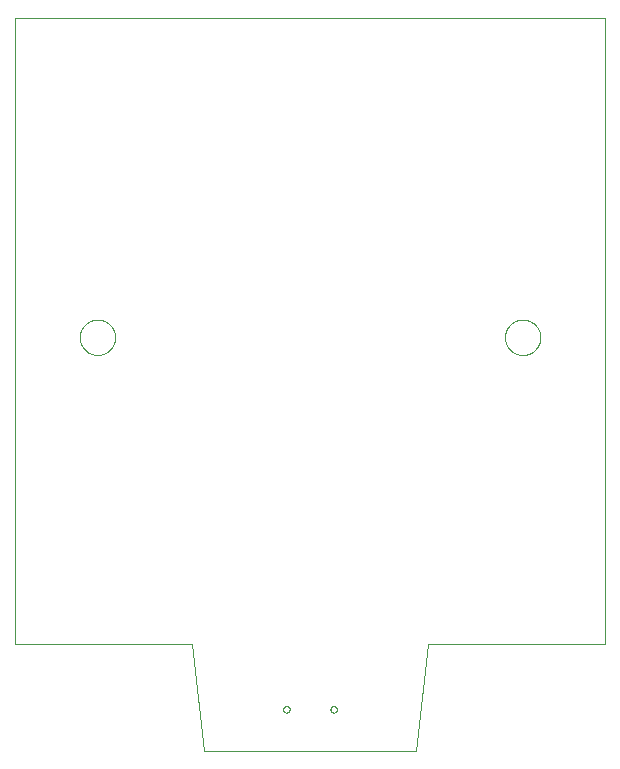
<source format=gbo>
G75*
%MOIN*%
%OFA0B0*%
%FSLAX25Y25*%
%IPPOS*%
%LPD*%
%AMOC8*
5,1,8,0,0,1.08239X$1,22.5*
%
%ADD10C,0.00000*%
D10*
X0041330Y0043060D02*
X0100385Y0043060D01*
X0104322Y0007627D01*
X0175188Y0007627D01*
X0179125Y0043060D01*
X0238180Y0043060D01*
X0238180Y0251722D01*
X0041330Y0251722D01*
X0041330Y0043060D01*
X0062983Y0145423D02*
X0062985Y0145576D01*
X0062991Y0145730D01*
X0063001Y0145883D01*
X0063015Y0146035D01*
X0063033Y0146188D01*
X0063055Y0146339D01*
X0063080Y0146490D01*
X0063110Y0146641D01*
X0063144Y0146791D01*
X0063181Y0146939D01*
X0063222Y0147087D01*
X0063267Y0147233D01*
X0063316Y0147379D01*
X0063369Y0147523D01*
X0063425Y0147665D01*
X0063485Y0147806D01*
X0063549Y0147946D01*
X0063616Y0148084D01*
X0063687Y0148220D01*
X0063762Y0148354D01*
X0063839Y0148486D01*
X0063921Y0148616D01*
X0064005Y0148744D01*
X0064093Y0148870D01*
X0064184Y0148993D01*
X0064278Y0149114D01*
X0064376Y0149232D01*
X0064476Y0149348D01*
X0064580Y0149461D01*
X0064686Y0149572D01*
X0064795Y0149680D01*
X0064907Y0149785D01*
X0065021Y0149886D01*
X0065139Y0149985D01*
X0065258Y0150081D01*
X0065380Y0150174D01*
X0065505Y0150263D01*
X0065632Y0150350D01*
X0065761Y0150432D01*
X0065892Y0150512D01*
X0066025Y0150588D01*
X0066160Y0150661D01*
X0066297Y0150730D01*
X0066436Y0150795D01*
X0066576Y0150857D01*
X0066718Y0150915D01*
X0066861Y0150970D01*
X0067006Y0151021D01*
X0067152Y0151068D01*
X0067299Y0151111D01*
X0067447Y0151150D01*
X0067596Y0151186D01*
X0067746Y0151217D01*
X0067897Y0151245D01*
X0068048Y0151269D01*
X0068201Y0151289D01*
X0068353Y0151305D01*
X0068506Y0151317D01*
X0068659Y0151325D01*
X0068812Y0151329D01*
X0068966Y0151329D01*
X0069119Y0151325D01*
X0069272Y0151317D01*
X0069425Y0151305D01*
X0069577Y0151289D01*
X0069730Y0151269D01*
X0069881Y0151245D01*
X0070032Y0151217D01*
X0070182Y0151186D01*
X0070331Y0151150D01*
X0070479Y0151111D01*
X0070626Y0151068D01*
X0070772Y0151021D01*
X0070917Y0150970D01*
X0071060Y0150915D01*
X0071202Y0150857D01*
X0071342Y0150795D01*
X0071481Y0150730D01*
X0071618Y0150661D01*
X0071753Y0150588D01*
X0071886Y0150512D01*
X0072017Y0150432D01*
X0072146Y0150350D01*
X0072273Y0150263D01*
X0072398Y0150174D01*
X0072520Y0150081D01*
X0072639Y0149985D01*
X0072757Y0149886D01*
X0072871Y0149785D01*
X0072983Y0149680D01*
X0073092Y0149572D01*
X0073198Y0149461D01*
X0073302Y0149348D01*
X0073402Y0149232D01*
X0073500Y0149114D01*
X0073594Y0148993D01*
X0073685Y0148870D01*
X0073773Y0148744D01*
X0073857Y0148616D01*
X0073939Y0148486D01*
X0074016Y0148354D01*
X0074091Y0148220D01*
X0074162Y0148084D01*
X0074229Y0147946D01*
X0074293Y0147806D01*
X0074353Y0147665D01*
X0074409Y0147523D01*
X0074462Y0147379D01*
X0074511Y0147233D01*
X0074556Y0147087D01*
X0074597Y0146939D01*
X0074634Y0146791D01*
X0074668Y0146641D01*
X0074698Y0146490D01*
X0074723Y0146339D01*
X0074745Y0146188D01*
X0074763Y0146035D01*
X0074777Y0145883D01*
X0074787Y0145730D01*
X0074793Y0145576D01*
X0074795Y0145423D01*
X0074793Y0145270D01*
X0074787Y0145116D01*
X0074777Y0144963D01*
X0074763Y0144811D01*
X0074745Y0144658D01*
X0074723Y0144507D01*
X0074698Y0144356D01*
X0074668Y0144205D01*
X0074634Y0144055D01*
X0074597Y0143907D01*
X0074556Y0143759D01*
X0074511Y0143613D01*
X0074462Y0143467D01*
X0074409Y0143323D01*
X0074353Y0143181D01*
X0074293Y0143040D01*
X0074229Y0142900D01*
X0074162Y0142762D01*
X0074091Y0142626D01*
X0074016Y0142492D01*
X0073939Y0142360D01*
X0073857Y0142230D01*
X0073773Y0142102D01*
X0073685Y0141976D01*
X0073594Y0141853D01*
X0073500Y0141732D01*
X0073402Y0141614D01*
X0073302Y0141498D01*
X0073198Y0141385D01*
X0073092Y0141274D01*
X0072983Y0141166D01*
X0072871Y0141061D01*
X0072757Y0140960D01*
X0072639Y0140861D01*
X0072520Y0140765D01*
X0072398Y0140672D01*
X0072273Y0140583D01*
X0072146Y0140496D01*
X0072017Y0140414D01*
X0071886Y0140334D01*
X0071753Y0140258D01*
X0071618Y0140185D01*
X0071481Y0140116D01*
X0071342Y0140051D01*
X0071202Y0139989D01*
X0071060Y0139931D01*
X0070917Y0139876D01*
X0070772Y0139825D01*
X0070626Y0139778D01*
X0070479Y0139735D01*
X0070331Y0139696D01*
X0070182Y0139660D01*
X0070032Y0139629D01*
X0069881Y0139601D01*
X0069730Y0139577D01*
X0069577Y0139557D01*
X0069425Y0139541D01*
X0069272Y0139529D01*
X0069119Y0139521D01*
X0068966Y0139517D01*
X0068812Y0139517D01*
X0068659Y0139521D01*
X0068506Y0139529D01*
X0068353Y0139541D01*
X0068201Y0139557D01*
X0068048Y0139577D01*
X0067897Y0139601D01*
X0067746Y0139629D01*
X0067596Y0139660D01*
X0067447Y0139696D01*
X0067299Y0139735D01*
X0067152Y0139778D01*
X0067006Y0139825D01*
X0066861Y0139876D01*
X0066718Y0139931D01*
X0066576Y0139989D01*
X0066436Y0140051D01*
X0066297Y0140116D01*
X0066160Y0140185D01*
X0066025Y0140258D01*
X0065892Y0140334D01*
X0065761Y0140414D01*
X0065632Y0140496D01*
X0065505Y0140583D01*
X0065380Y0140672D01*
X0065258Y0140765D01*
X0065139Y0140861D01*
X0065021Y0140960D01*
X0064907Y0141061D01*
X0064795Y0141166D01*
X0064686Y0141274D01*
X0064580Y0141385D01*
X0064476Y0141498D01*
X0064376Y0141614D01*
X0064278Y0141732D01*
X0064184Y0141853D01*
X0064093Y0141976D01*
X0064005Y0142102D01*
X0063921Y0142230D01*
X0063839Y0142360D01*
X0063762Y0142492D01*
X0063687Y0142626D01*
X0063616Y0142762D01*
X0063549Y0142900D01*
X0063485Y0143040D01*
X0063425Y0143181D01*
X0063369Y0143323D01*
X0063316Y0143467D01*
X0063267Y0143613D01*
X0063222Y0143759D01*
X0063181Y0143907D01*
X0063144Y0144055D01*
X0063110Y0144205D01*
X0063080Y0144356D01*
X0063055Y0144507D01*
X0063033Y0144658D01*
X0063015Y0144811D01*
X0063001Y0144963D01*
X0062991Y0145116D01*
X0062985Y0145270D01*
X0062983Y0145423D01*
X0130798Y0021407D02*
X0130800Y0021472D01*
X0130806Y0021538D01*
X0130816Y0021602D01*
X0130829Y0021666D01*
X0130847Y0021729D01*
X0130868Y0021791D01*
X0130893Y0021851D01*
X0130922Y0021910D01*
X0130954Y0021967D01*
X0130990Y0022022D01*
X0131028Y0022075D01*
X0131070Y0022125D01*
X0131115Y0022173D01*
X0131163Y0022218D01*
X0131213Y0022260D01*
X0131266Y0022298D01*
X0131321Y0022334D01*
X0131378Y0022366D01*
X0131437Y0022395D01*
X0131497Y0022420D01*
X0131559Y0022441D01*
X0131622Y0022459D01*
X0131686Y0022472D01*
X0131750Y0022482D01*
X0131816Y0022488D01*
X0131881Y0022490D01*
X0131946Y0022488D01*
X0132012Y0022482D01*
X0132076Y0022472D01*
X0132140Y0022459D01*
X0132203Y0022441D01*
X0132265Y0022420D01*
X0132325Y0022395D01*
X0132384Y0022366D01*
X0132441Y0022334D01*
X0132496Y0022298D01*
X0132549Y0022260D01*
X0132599Y0022218D01*
X0132647Y0022173D01*
X0132692Y0022125D01*
X0132734Y0022075D01*
X0132772Y0022022D01*
X0132808Y0021967D01*
X0132840Y0021910D01*
X0132869Y0021851D01*
X0132894Y0021791D01*
X0132915Y0021729D01*
X0132933Y0021666D01*
X0132946Y0021602D01*
X0132956Y0021538D01*
X0132962Y0021472D01*
X0132964Y0021407D01*
X0132962Y0021342D01*
X0132956Y0021276D01*
X0132946Y0021212D01*
X0132933Y0021148D01*
X0132915Y0021085D01*
X0132894Y0021023D01*
X0132869Y0020963D01*
X0132840Y0020904D01*
X0132808Y0020847D01*
X0132772Y0020792D01*
X0132734Y0020739D01*
X0132692Y0020689D01*
X0132647Y0020641D01*
X0132599Y0020596D01*
X0132549Y0020554D01*
X0132496Y0020516D01*
X0132441Y0020480D01*
X0132384Y0020448D01*
X0132325Y0020419D01*
X0132265Y0020394D01*
X0132203Y0020373D01*
X0132140Y0020355D01*
X0132076Y0020342D01*
X0132012Y0020332D01*
X0131946Y0020326D01*
X0131881Y0020324D01*
X0131816Y0020326D01*
X0131750Y0020332D01*
X0131686Y0020342D01*
X0131622Y0020355D01*
X0131559Y0020373D01*
X0131497Y0020394D01*
X0131437Y0020419D01*
X0131378Y0020448D01*
X0131321Y0020480D01*
X0131266Y0020516D01*
X0131213Y0020554D01*
X0131163Y0020596D01*
X0131115Y0020641D01*
X0131070Y0020689D01*
X0131028Y0020739D01*
X0130990Y0020792D01*
X0130954Y0020847D01*
X0130922Y0020904D01*
X0130893Y0020963D01*
X0130868Y0021023D01*
X0130847Y0021085D01*
X0130829Y0021148D01*
X0130816Y0021212D01*
X0130806Y0021276D01*
X0130800Y0021342D01*
X0130798Y0021407D01*
X0146546Y0021407D02*
X0146548Y0021472D01*
X0146554Y0021538D01*
X0146564Y0021602D01*
X0146577Y0021666D01*
X0146595Y0021729D01*
X0146616Y0021791D01*
X0146641Y0021851D01*
X0146670Y0021910D01*
X0146702Y0021967D01*
X0146738Y0022022D01*
X0146776Y0022075D01*
X0146818Y0022125D01*
X0146863Y0022173D01*
X0146911Y0022218D01*
X0146961Y0022260D01*
X0147014Y0022298D01*
X0147069Y0022334D01*
X0147126Y0022366D01*
X0147185Y0022395D01*
X0147245Y0022420D01*
X0147307Y0022441D01*
X0147370Y0022459D01*
X0147434Y0022472D01*
X0147498Y0022482D01*
X0147564Y0022488D01*
X0147629Y0022490D01*
X0147694Y0022488D01*
X0147760Y0022482D01*
X0147824Y0022472D01*
X0147888Y0022459D01*
X0147951Y0022441D01*
X0148013Y0022420D01*
X0148073Y0022395D01*
X0148132Y0022366D01*
X0148189Y0022334D01*
X0148244Y0022298D01*
X0148297Y0022260D01*
X0148347Y0022218D01*
X0148395Y0022173D01*
X0148440Y0022125D01*
X0148482Y0022075D01*
X0148520Y0022022D01*
X0148556Y0021967D01*
X0148588Y0021910D01*
X0148617Y0021851D01*
X0148642Y0021791D01*
X0148663Y0021729D01*
X0148681Y0021666D01*
X0148694Y0021602D01*
X0148704Y0021538D01*
X0148710Y0021472D01*
X0148712Y0021407D01*
X0148710Y0021342D01*
X0148704Y0021276D01*
X0148694Y0021212D01*
X0148681Y0021148D01*
X0148663Y0021085D01*
X0148642Y0021023D01*
X0148617Y0020963D01*
X0148588Y0020904D01*
X0148556Y0020847D01*
X0148520Y0020792D01*
X0148482Y0020739D01*
X0148440Y0020689D01*
X0148395Y0020641D01*
X0148347Y0020596D01*
X0148297Y0020554D01*
X0148244Y0020516D01*
X0148189Y0020480D01*
X0148132Y0020448D01*
X0148073Y0020419D01*
X0148013Y0020394D01*
X0147951Y0020373D01*
X0147888Y0020355D01*
X0147824Y0020342D01*
X0147760Y0020332D01*
X0147694Y0020326D01*
X0147629Y0020324D01*
X0147564Y0020326D01*
X0147498Y0020332D01*
X0147434Y0020342D01*
X0147370Y0020355D01*
X0147307Y0020373D01*
X0147245Y0020394D01*
X0147185Y0020419D01*
X0147126Y0020448D01*
X0147069Y0020480D01*
X0147014Y0020516D01*
X0146961Y0020554D01*
X0146911Y0020596D01*
X0146863Y0020641D01*
X0146818Y0020689D01*
X0146776Y0020739D01*
X0146738Y0020792D01*
X0146702Y0020847D01*
X0146670Y0020904D01*
X0146641Y0020963D01*
X0146616Y0021023D01*
X0146595Y0021085D01*
X0146577Y0021148D01*
X0146564Y0021212D01*
X0146554Y0021276D01*
X0146548Y0021342D01*
X0146546Y0021407D01*
X0204715Y0145423D02*
X0204717Y0145576D01*
X0204723Y0145730D01*
X0204733Y0145883D01*
X0204747Y0146035D01*
X0204765Y0146188D01*
X0204787Y0146339D01*
X0204812Y0146490D01*
X0204842Y0146641D01*
X0204876Y0146791D01*
X0204913Y0146939D01*
X0204954Y0147087D01*
X0204999Y0147233D01*
X0205048Y0147379D01*
X0205101Y0147523D01*
X0205157Y0147665D01*
X0205217Y0147806D01*
X0205281Y0147946D01*
X0205348Y0148084D01*
X0205419Y0148220D01*
X0205494Y0148354D01*
X0205571Y0148486D01*
X0205653Y0148616D01*
X0205737Y0148744D01*
X0205825Y0148870D01*
X0205916Y0148993D01*
X0206010Y0149114D01*
X0206108Y0149232D01*
X0206208Y0149348D01*
X0206312Y0149461D01*
X0206418Y0149572D01*
X0206527Y0149680D01*
X0206639Y0149785D01*
X0206753Y0149886D01*
X0206871Y0149985D01*
X0206990Y0150081D01*
X0207112Y0150174D01*
X0207237Y0150263D01*
X0207364Y0150350D01*
X0207493Y0150432D01*
X0207624Y0150512D01*
X0207757Y0150588D01*
X0207892Y0150661D01*
X0208029Y0150730D01*
X0208168Y0150795D01*
X0208308Y0150857D01*
X0208450Y0150915D01*
X0208593Y0150970D01*
X0208738Y0151021D01*
X0208884Y0151068D01*
X0209031Y0151111D01*
X0209179Y0151150D01*
X0209328Y0151186D01*
X0209478Y0151217D01*
X0209629Y0151245D01*
X0209780Y0151269D01*
X0209933Y0151289D01*
X0210085Y0151305D01*
X0210238Y0151317D01*
X0210391Y0151325D01*
X0210544Y0151329D01*
X0210698Y0151329D01*
X0210851Y0151325D01*
X0211004Y0151317D01*
X0211157Y0151305D01*
X0211309Y0151289D01*
X0211462Y0151269D01*
X0211613Y0151245D01*
X0211764Y0151217D01*
X0211914Y0151186D01*
X0212063Y0151150D01*
X0212211Y0151111D01*
X0212358Y0151068D01*
X0212504Y0151021D01*
X0212649Y0150970D01*
X0212792Y0150915D01*
X0212934Y0150857D01*
X0213074Y0150795D01*
X0213213Y0150730D01*
X0213350Y0150661D01*
X0213485Y0150588D01*
X0213618Y0150512D01*
X0213749Y0150432D01*
X0213878Y0150350D01*
X0214005Y0150263D01*
X0214130Y0150174D01*
X0214252Y0150081D01*
X0214371Y0149985D01*
X0214489Y0149886D01*
X0214603Y0149785D01*
X0214715Y0149680D01*
X0214824Y0149572D01*
X0214930Y0149461D01*
X0215034Y0149348D01*
X0215134Y0149232D01*
X0215232Y0149114D01*
X0215326Y0148993D01*
X0215417Y0148870D01*
X0215505Y0148744D01*
X0215589Y0148616D01*
X0215671Y0148486D01*
X0215748Y0148354D01*
X0215823Y0148220D01*
X0215894Y0148084D01*
X0215961Y0147946D01*
X0216025Y0147806D01*
X0216085Y0147665D01*
X0216141Y0147523D01*
X0216194Y0147379D01*
X0216243Y0147233D01*
X0216288Y0147087D01*
X0216329Y0146939D01*
X0216366Y0146791D01*
X0216400Y0146641D01*
X0216430Y0146490D01*
X0216455Y0146339D01*
X0216477Y0146188D01*
X0216495Y0146035D01*
X0216509Y0145883D01*
X0216519Y0145730D01*
X0216525Y0145576D01*
X0216527Y0145423D01*
X0216525Y0145270D01*
X0216519Y0145116D01*
X0216509Y0144963D01*
X0216495Y0144811D01*
X0216477Y0144658D01*
X0216455Y0144507D01*
X0216430Y0144356D01*
X0216400Y0144205D01*
X0216366Y0144055D01*
X0216329Y0143907D01*
X0216288Y0143759D01*
X0216243Y0143613D01*
X0216194Y0143467D01*
X0216141Y0143323D01*
X0216085Y0143181D01*
X0216025Y0143040D01*
X0215961Y0142900D01*
X0215894Y0142762D01*
X0215823Y0142626D01*
X0215748Y0142492D01*
X0215671Y0142360D01*
X0215589Y0142230D01*
X0215505Y0142102D01*
X0215417Y0141976D01*
X0215326Y0141853D01*
X0215232Y0141732D01*
X0215134Y0141614D01*
X0215034Y0141498D01*
X0214930Y0141385D01*
X0214824Y0141274D01*
X0214715Y0141166D01*
X0214603Y0141061D01*
X0214489Y0140960D01*
X0214371Y0140861D01*
X0214252Y0140765D01*
X0214130Y0140672D01*
X0214005Y0140583D01*
X0213878Y0140496D01*
X0213749Y0140414D01*
X0213618Y0140334D01*
X0213485Y0140258D01*
X0213350Y0140185D01*
X0213213Y0140116D01*
X0213074Y0140051D01*
X0212934Y0139989D01*
X0212792Y0139931D01*
X0212649Y0139876D01*
X0212504Y0139825D01*
X0212358Y0139778D01*
X0212211Y0139735D01*
X0212063Y0139696D01*
X0211914Y0139660D01*
X0211764Y0139629D01*
X0211613Y0139601D01*
X0211462Y0139577D01*
X0211309Y0139557D01*
X0211157Y0139541D01*
X0211004Y0139529D01*
X0210851Y0139521D01*
X0210698Y0139517D01*
X0210544Y0139517D01*
X0210391Y0139521D01*
X0210238Y0139529D01*
X0210085Y0139541D01*
X0209933Y0139557D01*
X0209780Y0139577D01*
X0209629Y0139601D01*
X0209478Y0139629D01*
X0209328Y0139660D01*
X0209179Y0139696D01*
X0209031Y0139735D01*
X0208884Y0139778D01*
X0208738Y0139825D01*
X0208593Y0139876D01*
X0208450Y0139931D01*
X0208308Y0139989D01*
X0208168Y0140051D01*
X0208029Y0140116D01*
X0207892Y0140185D01*
X0207757Y0140258D01*
X0207624Y0140334D01*
X0207493Y0140414D01*
X0207364Y0140496D01*
X0207237Y0140583D01*
X0207112Y0140672D01*
X0206990Y0140765D01*
X0206871Y0140861D01*
X0206753Y0140960D01*
X0206639Y0141061D01*
X0206527Y0141166D01*
X0206418Y0141274D01*
X0206312Y0141385D01*
X0206208Y0141498D01*
X0206108Y0141614D01*
X0206010Y0141732D01*
X0205916Y0141853D01*
X0205825Y0141976D01*
X0205737Y0142102D01*
X0205653Y0142230D01*
X0205571Y0142360D01*
X0205494Y0142492D01*
X0205419Y0142626D01*
X0205348Y0142762D01*
X0205281Y0142900D01*
X0205217Y0143040D01*
X0205157Y0143181D01*
X0205101Y0143323D01*
X0205048Y0143467D01*
X0204999Y0143613D01*
X0204954Y0143759D01*
X0204913Y0143907D01*
X0204876Y0144055D01*
X0204842Y0144205D01*
X0204812Y0144356D01*
X0204787Y0144507D01*
X0204765Y0144658D01*
X0204747Y0144811D01*
X0204733Y0144963D01*
X0204723Y0145116D01*
X0204717Y0145270D01*
X0204715Y0145423D01*
M02*

</source>
